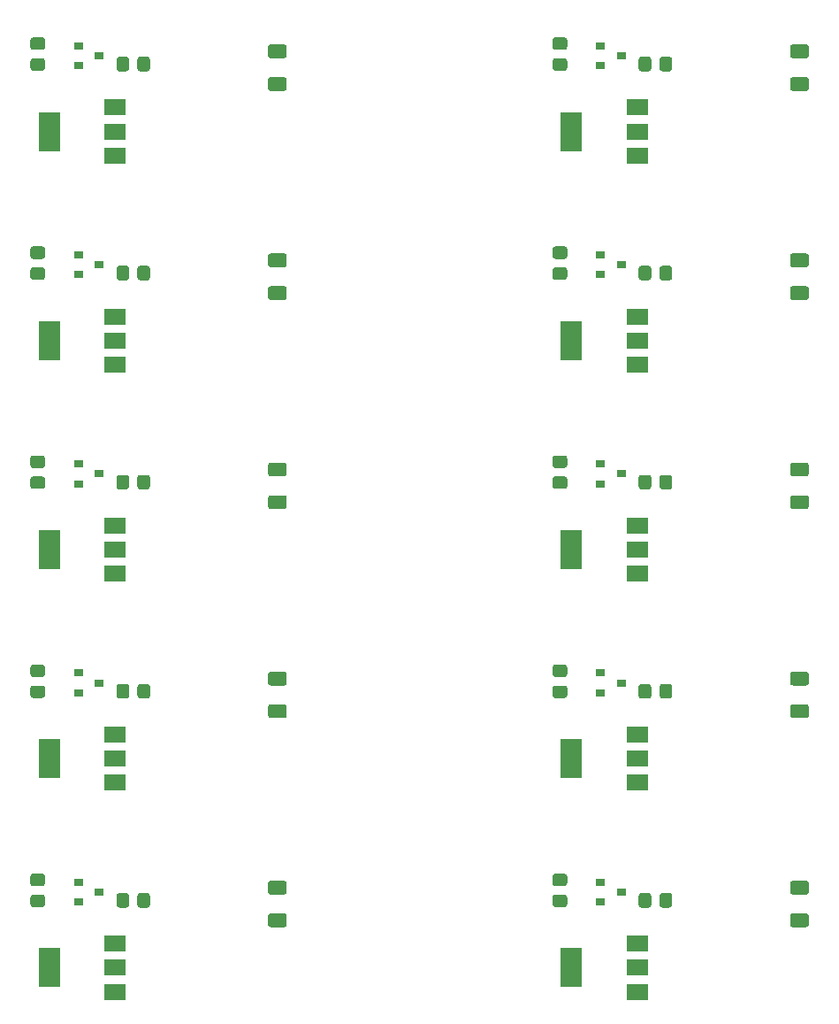
<source format=gbr>
%TF.GenerationSoftware,KiCad,Pcbnew,(5.1.9)-1*%
%TF.CreationDate,2021-05-04T22:29:10+02:00*%
%TF.ProjectId,DOORSENSOR_Simple_9V,444f4f52-5345-44e5-934f-525f53696d70,rev?*%
%TF.SameCoordinates,Original*%
%TF.FileFunction,Paste,Bot*%
%TF.FilePolarity,Positive*%
%FSLAX46Y46*%
G04 Gerber Fmt 4.6, Leading zero omitted, Abs format (unit mm)*
G04 Created by KiCad (PCBNEW (5.1.9)-1) date 2021-05-04 22:29:10*
%MOMM*%
%LPD*%
G01*
G04 APERTURE LIST*
%ADD10R,0.900000X0.800000*%
%ADD11R,2.000000X3.800000*%
%ADD12R,2.000000X1.500000*%
G04 APERTURE END LIST*
%TO.C,R2*%
G36*
G01*
X47950000Y-122950001D02*
X47950000Y-122049999D01*
G75*
G02*
X48199999Y-121800000I249999J0D01*
G01*
X48900001Y-121800000D01*
G75*
G02*
X49150000Y-122049999I0J-249999D01*
G01*
X49150000Y-122950001D01*
G75*
G02*
X48900001Y-123200000I-249999J0D01*
G01*
X48199999Y-123200000D01*
G75*
G02*
X47950000Y-122950001I0J249999D01*
G01*
G37*
G36*
G01*
X45950000Y-122950001D02*
X45950000Y-122049999D01*
G75*
G02*
X46199999Y-121800000I249999J0D01*
G01*
X46900001Y-121800000D01*
G75*
G02*
X47150000Y-122049999I0J-249999D01*
G01*
X47150000Y-122950001D01*
G75*
G02*
X46900001Y-123200000I-249999J0D01*
G01*
X46199999Y-123200000D01*
G75*
G02*
X45950000Y-122950001I0J249999D01*
G01*
G37*
%TD*%
%TO.C,R2*%
G36*
G01*
X95950000Y-122950001D02*
X95950000Y-122049999D01*
G75*
G02*
X96199999Y-121800000I249999J0D01*
G01*
X96900001Y-121800000D01*
G75*
G02*
X97150000Y-122049999I0J-249999D01*
G01*
X97150000Y-122950001D01*
G75*
G02*
X96900001Y-123200000I-249999J0D01*
G01*
X96199999Y-123200000D01*
G75*
G02*
X95950000Y-122950001I0J249999D01*
G01*
G37*
G36*
G01*
X97950000Y-122950001D02*
X97950000Y-122049999D01*
G75*
G02*
X98199999Y-121800000I249999J0D01*
G01*
X98900001Y-121800000D01*
G75*
G02*
X99150000Y-122049999I0J-249999D01*
G01*
X99150000Y-122950001D01*
G75*
G02*
X98900001Y-123200000I-249999J0D01*
G01*
X98199999Y-123200000D01*
G75*
G02*
X97950000Y-122950001I0J249999D01*
G01*
G37*
%TD*%
%TO.C,R1*%
G36*
G01*
X88850001Y-121150000D02*
X87949999Y-121150000D01*
G75*
G02*
X87700000Y-120900001I0J249999D01*
G01*
X87700000Y-120199999D01*
G75*
G02*
X87949999Y-119950000I249999J0D01*
G01*
X88850001Y-119950000D01*
G75*
G02*
X89100000Y-120199999I0J-249999D01*
G01*
X89100000Y-120900001D01*
G75*
G02*
X88850001Y-121150000I-249999J0D01*
G01*
G37*
G36*
G01*
X88850001Y-123150000D02*
X87949999Y-123150000D01*
G75*
G02*
X87700000Y-122900001I0J249999D01*
G01*
X87700000Y-122199999D01*
G75*
G02*
X87949999Y-121950000I249999J0D01*
G01*
X88850001Y-121950000D01*
G75*
G02*
X89100000Y-122199999I0J-249999D01*
G01*
X89100000Y-122900001D01*
G75*
G02*
X88850001Y-123150000I-249999J0D01*
G01*
G37*
%TD*%
%TO.C,C2*%
G36*
G01*
X112000001Y-121950000D02*
X110699999Y-121950000D01*
G75*
G02*
X110450000Y-121700001I0J249999D01*
G01*
X110450000Y-120874999D01*
G75*
G02*
X110699999Y-120625000I249999J0D01*
G01*
X112000001Y-120625000D01*
G75*
G02*
X112250000Y-120874999I0J-249999D01*
G01*
X112250000Y-121700001D01*
G75*
G02*
X112000001Y-121950000I-249999J0D01*
G01*
G37*
G36*
G01*
X112000001Y-125075000D02*
X110699999Y-125075000D01*
G75*
G02*
X110450000Y-124825001I0J249999D01*
G01*
X110450000Y-123999999D01*
G75*
G02*
X110699999Y-123750000I249999J0D01*
G01*
X112000001Y-123750000D01*
G75*
G02*
X112250000Y-123999999I0J-249999D01*
G01*
X112250000Y-124825001D01*
G75*
G02*
X112000001Y-125075000I-249999J0D01*
G01*
G37*
%TD*%
D10*
%TO.C,Q1*%
X94300000Y-121700000D03*
X92300000Y-120750000D03*
X92300000Y-122650000D03*
%TD*%
D11*
%TO.C,U1*%
X39500000Y-128950000D03*
D12*
X45800000Y-128950000D03*
X45800000Y-131250000D03*
X45800000Y-126650000D03*
%TD*%
%TO.C,R1*%
G36*
G01*
X38850001Y-123150000D02*
X37949999Y-123150000D01*
G75*
G02*
X37700000Y-122900001I0J249999D01*
G01*
X37700000Y-122199999D01*
G75*
G02*
X37949999Y-121950000I249999J0D01*
G01*
X38850001Y-121950000D01*
G75*
G02*
X39100000Y-122199999I0J-249999D01*
G01*
X39100000Y-122900001D01*
G75*
G02*
X38850001Y-123150000I-249999J0D01*
G01*
G37*
G36*
G01*
X38850001Y-121150000D02*
X37949999Y-121150000D01*
G75*
G02*
X37700000Y-120900001I0J249999D01*
G01*
X37700000Y-120199999D01*
G75*
G02*
X37949999Y-119950000I249999J0D01*
G01*
X38850001Y-119950000D01*
G75*
G02*
X39100000Y-120199999I0J-249999D01*
G01*
X39100000Y-120900001D01*
G75*
G02*
X38850001Y-121150000I-249999J0D01*
G01*
G37*
%TD*%
%TO.C,U1*%
X95800000Y-126650000D03*
X95800000Y-131250000D03*
X95800000Y-128950000D03*
D11*
X89500000Y-128950000D03*
%TD*%
%TO.C,C2*%
G36*
G01*
X62000001Y-125075000D02*
X60699999Y-125075000D01*
G75*
G02*
X60450000Y-124825001I0J249999D01*
G01*
X60450000Y-123999999D01*
G75*
G02*
X60699999Y-123750000I249999J0D01*
G01*
X62000001Y-123750000D01*
G75*
G02*
X62250000Y-123999999I0J-249999D01*
G01*
X62250000Y-124825001D01*
G75*
G02*
X62000001Y-125075000I-249999J0D01*
G01*
G37*
G36*
G01*
X62000001Y-121950000D02*
X60699999Y-121950000D01*
G75*
G02*
X60450000Y-121700001I0J249999D01*
G01*
X60450000Y-120874999D01*
G75*
G02*
X60699999Y-120625000I249999J0D01*
G01*
X62000001Y-120625000D01*
G75*
G02*
X62250000Y-120874999I0J-249999D01*
G01*
X62250000Y-121700001D01*
G75*
G02*
X62000001Y-121950000I-249999J0D01*
G01*
G37*
%TD*%
D10*
%TO.C,Q1*%
X42300000Y-122650000D03*
X42300000Y-120750000D03*
X44300000Y-121700000D03*
%TD*%
%TO.C,Q1*%
X44300000Y-101700000D03*
X42300000Y-100750000D03*
X42300000Y-102650000D03*
%TD*%
%TO.C,R1*%
G36*
G01*
X38850001Y-101150000D02*
X37949999Y-101150000D01*
G75*
G02*
X37700000Y-100900001I0J249999D01*
G01*
X37700000Y-100199999D01*
G75*
G02*
X37949999Y-99950000I249999J0D01*
G01*
X38850001Y-99950000D01*
G75*
G02*
X39100000Y-100199999I0J-249999D01*
G01*
X39100000Y-100900001D01*
G75*
G02*
X38850001Y-101150000I-249999J0D01*
G01*
G37*
G36*
G01*
X38850001Y-103150000D02*
X37949999Y-103150000D01*
G75*
G02*
X37700000Y-102900001I0J249999D01*
G01*
X37700000Y-102199999D01*
G75*
G02*
X37949999Y-101950000I249999J0D01*
G01*
X38850001Y-101950000D01*
G75*
G02*
X39100000Y-102199999I0J-249999D01*
G01*
X39100000Y-102900001D01*
G75*
G02*
X38850001Y-103150000I-249999J0D01*
G01*
G37*
%TD*%
%TO.C,C2*%
G36*
G01*
X62000001Y-101950000D02*
X60699999Y-101950000D01*
G75*
G02*
X60450000Y-101700001I0J249999D01*
G01*
X60450000Y-100874999D01*
G75*
G02*
X60699999Y-100625000I249999J0D01*
G01*
X62000001Y-100625000D01*
G75*
G02*
X62250000Y-100874999I0J-249999D01*
G01*
X62250000Y-101700001D01*
G75*
G02*
X62000001Y-101950000I-249999J0D01*
G01*
G37*
G36*
G01*
X62000001Y-105075000D02*
X60699999Y-105075000D01*
G75*
G02*
X60450000Y-104825001I0J249999D01*
G01*
X60450000Y-103999999D01*
G75*
G02*
X60699999Y-103750000I249999J0D01*
G01*
X62000001Y-103750000D01*
G75*
G02*
X62250000Y-103999999I0J-249999D01*
G01*
X62250000Y-104825001D01*
G75*
G02*
X62000001Y-105075000I-249999J0D01*
G01*
G37*
%TD*%
D11*
%TO.C,U1*%
X89500000Y-108950000D03*
D12*
X95800000Y-108950000D03*
X95800000Y-111250000D03*
X95800000Y-106650000D03*
%TD*%
%TO.C,R2*%
G36*
G01*
X45950000Y-102950001D02*
X45950000Y-102049999D01*
G75*
G02*
X46199999Y-101800000I249999J0D01*
G01*
X46900001Y-101800000D01*
G75*
G02*
X47150000Y-102049999I0J-249999D01*
G01*
X47150000Y-102950001D01*
G75*
G02*
X46900001Y-103200000I-249999J0D01*
G01*
X46199999Y-103200000D01*
G75*
G02*
X45950000Y-102950001I0J249999D01*
G01*
G37*
G36*
G01*
X47950000Y-102950001D02*
X47950000Y-102049999D01*
G75*
G02*
X48199999Y-101800000I249999J0D01*
G01*
X48900001Y-101800000D01*
G75*
G02*
X49150000Y-102049999I0J-249999D01*
G01*
X49150000Y-102950001D01*
G75*
G02*
X48900001Y-103200000I-249999J0D01*
G01*
X48199999Y-103200000D01*
G75*
G02*
X47950000Y-102950001I0J249999D01*
G01*
G37*
%TD*%
%TO.C,R1*%
G36*
G01*
X88850001Y-103150000D02*
X87949999Y-103150000D01*
G75*
G02*
X87700000Y-102900001I0J249999D01*
G01*
X87700000Y-102199999D01*
G75*
G02*
X87949999Y-101950000I249999J0D01*
G01*
X88850001Y-101950000D01*
G75*
G02*
X89100000Y-102199999I0J-249999D01*
G01*
X89100000Y-102900001D01*
G75*
G02*
X88850001Y-103150000I-249999J0D01*
G01*
G37*
G36*
G01*
X88850001Y-101150000D02*
X87949999Y-101150000D01*
G75*
G02*
X87700000Y-100900001I0J249999D01*
G01*
X87700000Y-100199999D01*
G75*
G02*
X87949999Y-99950000I249999J0D01*
G01*
X88850001Y-99950000D01*
G75*
G02*
X89100000Y-100199999I0J-249999D01*
G01*
X89100000Y-100900001D01*
G75*
G02*
X88850001Y-101150000I-249999J0D01*
G01*
G37*
%TD*%
%TO.C,C2*%
G36*
G01*
X112000001Y-105075000D02*
X110699999Y-105075000D01*
G75*
G02*
X110450000Y-104825001I0J249999D01*
G01*
X110450000Y-103999999D01*
G75*
G02*
X110699999Y-103750000I249999J0D01*
G01*
X112000001Y-103750000D01*
G75*
G02*
X112250000Y-103999999I0J-249999D01*
G01*
X112250000Y-104825001D01*
G75*
G02*
X112000001Y-105075000I-249999J0D01*
G01*
G37*
G36*
G01*
X112000001Y-101950000D02*
X110699999Y-101950000D01*
G75*
G02*
X110450000Y-101700001I0J249999D01*
G01*
X110450000Y-100874999D01*
G75*
G02*
X110699999Y-100625000I249999J0D01*
G01*
X112000001Y-100625000D01*
G75*
G02*
X112250000Y-100874999I0J-249999D01*
G01*
X112250000Y-101700001D01*
G75*
G02*
X112000001Y-101950000I-249999J0D01*
G01*
G37*
%TD*%
D10*
%TO.C,Q1*%
X92300000Y-102650000D03*
X92300000Y-100750000D03*
X94300000Y-101700000D03*
%TD*%
%TO.C,R2*%
G36*
G01*
X97950000Y-102950001D02*
X97950000Y-102049999D01*
G75*
G02*
X98199999Y-101800000I249999J0D01*
G01*
X98900001Y-101800000D01*
G75*
G02*
X99150000Y-102049999I0J-249999D01*
G01*
X99150000Y-102950001D01*
G75*
G02*
X98900001Y-103200000I-249999J0D01*
G01*
X98199999Y-103200000D01*
G75*
G02*
X97950000Y-102950001I0J249999D01*
G01*
G37*
G36*
G01*
X95950000Y-102950001D02*
X95950000Y-102049999D01*
G75*
G02*
X96199999Y-101800000I249999J0D01*
G01*
X96900001Y-101800000D01*
G75*
G02*
X97150000Y-102049999I0J-249999D01*
G01*
X97150000Y-102950001D01*
G75*
G02*
X96900001Y-103200000I-249999J0D01*
G01*
X96199999Y-103200000D01*
G75*
G02*
X95950000Y-102950001I0J249999D01*
G01*
G37*
%TD*%
D12*
%TO.C,U1*%
X45800000Y-106650000D03*
X45800000Y-111250000D03*
X45800000Y-108950000D03*
D11*
X39500000Y-108950000D03*
%TD*%
D10*
%TO.C,Q1*%
X42300000Y-82650000D03*
X42300000Y-80750000D03*
X44300000Y-81700000D03*
%TD*%
%TO.C,R1*%
G36*
G01*
X38850001Y-83150000D02*
X37949999Y-83150000D01*
G75*
G02*
X37700000Y-82900001I0J249999D01*
G01*
X37700000Y-82199999D01*
G75*
G02*
X37949999Y-81950000I249999J0D01*
G01*
X38850001Y-81950000D01*
G75*
G02*
X39100000Y-82199999I0J-249999D01*
G01*
X39100000Y-82900001D01*
G75*
G02*
X38850001Y-83150000I-249999J0D01*
G01*
G37*
G36*
G01*
X38850001Y-81150000D02*
X37949999Y-81150000D01*
G75*
G02*
X37700000Y-80900001I0J249999D01*
G01*
X37700000Y-80199999D01*
G75*
G02*
X37949999Y-79950000I249999J0D01*
G01*
X38850001Y-79950000D01*
G75*
G02*
X39100000Y-80199999I0J-249999D01*
G01*
X39100000Y-80900001D01*
G75*
G02*
X38850001Y-81150000I-249999J0D01*
G01*
G37*
%TD*%
D12*
%TO.C,U1*%
X95800000Y-86650000D03*
X95800000Y-91250000D03*
X95800000Y-88950000D03*
D11*
X89500000Y-88950000D03*
%TD*%
%TO.C,R1*%
G36*
G01*
X88850001Y-81150000D02*
X87949999Y-81150000D01*
G75*
G02*
X87700000Y-80900001I0J249999D01*
G01*
X87700000Y-80199999D01*
G75*
G02*
X87949999Y-79950000I249999J0D01*
G01*
X88850001Y-79950000D01*
G75*
G02*
X89100000Y-80199999I0J-249999D01*
G01*
X89100000Y-80900001D01*
G75*
G02*
X88850001Y-81150000I-249999J0D01*
G01*
G37*
G36*
G01*
X88850001Y-83150000D02*
X87949999Y-83150000D01*
G75*
G02*
X87700000Y-82900001I0J249999D01*
G01*
X87700000Y-82199999D01*
G75*
G02*
X87949999Y-81950000I249999J0D01*
G01*
X88850001Y-81950000D01*
G75*
G02*
X89100000Y-82199999I0J-249999D01*
G01*
X89100000Y-82900001D01*
G75*
G02*
X88850001Y-83150000I-249999J0D01*
G01*
G37*
%TD*%
%TO.C,R2*%
G36*
G01*
X47950000Y-82950001D02*
X47950000Y-82049999D01*
G75*
G02*
X48199999Y-81800000I249999J0D01*
G01*
X48900001Y-81800000D01*
G75*
G02*
X49150000Y-82049999I0J-249999D01*
G01*
X49150000Y-82950001D01*
G75*
G02*
X48900001Y-83200000I-249999J0D01*
G01*
X48199999Y-83200000D01*
G75*
G02*
X47950000Y-82950001I0J249999D01*
G01*
G37*
G36*
G01*
X45950000Y-82950001D02*
X45950000Y-82049999D01*
G75*
G02*
X46199999Y-81800000I249999J0D01*
G01*
X46900001Y-81800000D01*
G75*
G02*
X47150000Y-82049999I0J-249999D01*
G01*
X47150000Y-82950001D01*
G75*
G02*
X46900001Y-83200000I-249999J0D01*
G01*
X46199999Y-83200000D01*
G75*
G02*
X45950000Y-82950001I0J249999D01*
G01*
G37*
%TD*%
%TO.C,C2*%
G36*
G01*
X62000001Y-85075000D02*
X60699999Y-85075000D01*
G75*
G02*
X60450000Y-84825001I0J249999D01*
G01*
X60450000Y-83999999D01*
G75*
G02*
X60699999Y-83750000I249999J0D01*
G01*
X62000001Y-83750000D01*
G75*
G02*
X62250000Y-83999999I0J-249999D01*
G01*
X62250000Y-84825001D01*
G75*
G02*
X62000001Y-85075000I-249999J0D01*
G01*
G37*
G36*
G01*
X62000001Y-81950000D02*
X60699999Y-81950000D01*
G75*
G02*
X60450000Y-81700001I0J249999D01*
G01*
X60450000Y-80874999D01*
G75*
G02*
X60699999Y-80625000I249999J0D01*
G01*
X62000001Y-80625000D01*
G75*
G02*
X62250000Y-80874999I0J-249999D01*
G01*
X62250000Y-81700001D01*
G75*
G02*
X62000001Y-81950000I-249999J0D01*
G01*
G37*
%TD*%
%TO.C,C2*%
G36*
G01*
X112000001Y-81950000D02*
X110699999Y-81950000D01*
G75*
G02*
X110450000Y-81700001I0J249999D01*
G01*
X110450000Y-80874999D01*
G75*
G02*
X110699999Y-80625000I249999J0D01*
G01*
X112000001Y-80625000D01*
G75*
G02*
X112250000Y-80874999I0J-249999D01*
G01*
X112250000Y-81700001D01*
G75*
G02*
X112000001Y-81950000I-249999J0D01*
G01*
G37*
G36*
G01*
X112000001Y-85075000D02*
X110699999Y-85075000D01*
G75*
G02*
X110450000Y-84825001I0J249999D01*
G01*
X110450000Y-83999999D01*
G75*
G02*
X110699999Y-83750000I249999J0D01*
G01*
X112000001Y-83750000D01*
G75*
G02*
X112250000Y-83999999I0J-249999D01*
G01*
X112250000Y-84825001D01*
G75*
G02*
X112000001Y-85075000I-249999J0D01*
G01*
G37*
%TD*%
%TO.C,R2*%
G36*
G01*
X95950000Y-82950001D02*
X95950000Y-82049999D01*
G75*
G02*
X96199999Y-81800000I249999J0D01*
G01*
X96900001Y-81800000D01*
G75*
G02*
X97150000Y-82049999I0J-249999D01*
G01*
X97150000Y-82950001D01*
G75*
G02*
X96900001Y-83200000I-249999J0D01*
G01*
X96199999Y-83200000D01*
G75*
G02*
X95950000Y-82950001I0J249999D01*
G01*
G37*
G36*
G01*
X97950000Y-82950001D02*
X97950000Y-82049999D01*
G75*
G02*
X98199999Y-81800000I249999J0D01*
G01*
X98900001Y-81800000D01*
G75*
G02*
X99150000Y-82049999I0J-249999D01*
G01*
X99150000Y-82950001D01*
G75*
G02*
X98900001Y-83200000I-249999J0D01*
G01*
X98199999Y-83200000D01*
G75*
G02*
X97950000Y-82950001I0J249999D01*
G01*
G37*
%TD*%
D10*
%TO.C,Q1*%
X94300000Y-81700000D03*
X92300000Y-80750000D03*
X92300000Y-82650000D03*
%TD*%
D11*
%TO.C,U1*%
X39500000Y-88950000D03*
D12*
X45800000Y-88950000D03*
X45800000Y-91250000D03*
X45800000Y-86650000D03*
%TD*%
%TO.C,R2*%
G36*
G01*
X97950000Y-62950001D02*
X97950000Y-62049999D01*
G75*
G02*
X98199999Y-61800000I249999J0D01*
G01*
X98900001Y-61800000D01*
G75*
G02*
X99150000Y-62049999I0J-249999D01*
G01*
X99150000Y-62950001D01*
G75*
G02*
X98900001Y-63200000I-249999J0D01*
G01*
X98199999Y-63200000D01*
G75*
G02*
X97950000Y-62950001I0J249999D01*
G01*
G37*
G36*
G01*
X95950000Y-62950001D02*
X95950000Y-62049999D01*
G75*
G02*
X96199999Y-61800000I249999J0D01*
G01*
X96900001Y-61800000D01*
G75*
G02*
X97150000Y-62049999I0J-249999D01*
G01*
X97150000Y-62950001D01*
G75*
G02*
X96900001Y-63200000I-249999J0D01*
G01*
X96199999Y-63200000D01*
G75*
G02*
X95950000Y-62950001I0J249999D01*
G01*
G37*
%TD*%
D10*
%TO.C,Q1*%
X92300000Y-62650000D03*
X92300000Y-60750000D03*
X94300000Y-61700000D03*
%TD*%
%TO.C,C2*%
G36*
G01*
X112000001Y-65075000D02*
X110699999Y-65075000D01*
G75*
G02*
X110450000Y-64825001I0J249999D01*
G01*
X110450000Y-63999999D01*
G75*
G02*
X110699999Y-63750000I249999J0D01*
G01*
X112000001Y-63750000D01*
G75*
G02*
X112250000Y-63999999I0J-249999D01*
G01*
X112250000Y-64825001D01*
G75*
G02*
X112000001Y-65075000I-249999J0D01*
G01*
G37*
G36*
G01*
X112000001Y-61950000D02*
X110699999Y-61950000D01*
G75*
G02*
X110450000Y-61700001I0J249999D01*
G01*
X110450000Y-60874999D01*
G75*
G02*
X110699999Y-60625000I249999J0D01*
G01*
X112000001Y-60625000D01*
G75*
G02*
X112250000Y-60874999I0J-249999D01*
G01*
X112250000Y-61700001D01*
G75*
G02*
X112000001Y-61950000I-249999J0D01*
G01*
G37*
%TD*%
D11*
%TO.C,U1*%
X89500000Y-68950000D03*
D12*
X95800000Y-68950000D03*
X95800000Y-71250000D03*
X95800000Y-66650000D03*
%TD*%
%TO.C,R1*%
G36*
G01*
X88850001Y-63150000D02*
X87949999Y-63150000D01*
G75*
G02*
X87700000Y-62900001I0J249999D01*
G01*
X87700000Y-62199999D01*
G75*
G02*
X87949999Y-61950000I249999J0D01*
G01*
X88850001Y-61950000D01*
G75*
G02*
X89100000Y-62199999I0J-249999D01*
G01*
X89100000Y-62900001D01*
G75*
G02*
X88850001Y-63150000I-249999J0D01*
G01*
G37*
G36*
G01*
X88850001Y-61150000D02*
X87949999Y-61150000D01*
G75*
G02*
X87700000Y-60900001I0J249999D01*
G01*
X87700000Y-60199999D01*
G75*
G02*
X87949999Y-59950000I249999J0D01*
G01*
X88850001Y-59950000D01*
G75*
G02*
X89100000Y-60199999I0J-249999D01*
G01*
X89100000Y-60900001D01*
G75*
G02*
X88850001Y-61150000I-249999J0D01*
G01*
G37*
%TD*%
%TO.C,R2*%
G36*
G01*
X45950000Y-62950001D02*
X45950000Y-62049999D01*
G75*
G02*
X46199999Y-61800000I249999J0D01*
G01*
X46900001Y-61800000D01*
G75*
G02*
X47150000Y-62049999I0J-249999D01*
G01*
X47150000Y-62950001D01*
G75*
G02*
X46900001Y-63200000I-249999J0D01*
G01*
X46199999Y-63200000D01*
G75*
G02*
X45950000Y-62950001I0J249999D01*
G01*
G37*
G36*
G01*
X47950000Y-62950001D02*
X47950000Y-62049999D01*
G75*
G02*
X48199999Y-61800000I249999J0D01*
G01*
X48900001Y-61800000D01*
G75*
G02*
X49150000Y-62049999I0J-249999D01*
G01*
X49150000Y-62950001D01*
G75*
G02*
X48900001Y-63200000I-249999J0D01*
G01*
X48199999Y-63200000D01*
G75*
G02*
X47950000Y-62950001I0J249999D01*
G01*
G37*
%TD*%
D10*
%TO.C,Q1*%
X44300000Y-61700000D03*
X42300000Y-60750000D03*
X42300000Y-62650000D03*
%TD*%
%TO.C,R1*%
G36*
G01*
X38850001Y-61150000D02*
X37949999Y-61150000D01*
G75*
G02*
X37700000Y-60900001I0J249999D01*
G01*
X37700000Y-60199999D01*
G75*
G02*
X37949999Y-59950000I249999J0D01*
G01*
X38850001Y-59950000D01*
G75*
G02*
X39100000Y-60199999I0J-249999D01*
G01*
X39100000Y-60900001D01*
G75*
G02*
X38850001Y-61150000I-249999J0D01*
G01*
G37*
G36*
G01*
X38850001Y-63150000D02*
X37949999Y-63150000D01*
G75*
G02*
X37700000Y-62900001I0J249999D01*
G01*
X37700000Y-62199999D01*
G75*
G02*
X37949999Y-61950000I249999J0D01*
G01*
X38850001Y-61950000D01*
G75*
G02*
X39100000Y-62199999I0J-249999D01*
G01*
X39100000Y-62900001D01*
G75*
G02*
X38850001Y-63150000I-249999J0D01*
G01*
G37*
%TD*%
%TO.C,C2*%
G36*
G01*
X62000001Y-61950000D02*
X60699999Y-61950000D01*
G75*
G02*
X60450000Y-61700001I0J249999D01*
G01*
X60450000Y-60874999D01*
G75*
G02*
X60699999Y-60625000I249999J0D01*
G01*
X62000001Y-60625000D01*
G75*
G02*
X62250000Y-60874999I0J-249999D01*
G01*
X62250000Y-61700001D01*
G75*
G02*
X62000001Y-61950000I-249999J0D01*
G01*
G37*
G36*
G01*
X62000001Y-65075000D02*
X60699999Y-65075000D01*
G75*
G02*
X60450000Y-64825001I0J249999D01*
G01*
X60450000Y-63999999D01*
G75*
G02*
X60699999Y-63750000I249999J0D01*
G01*
X62000001Y-63750000D01*
G75*
G02*
X62250000Y-63999999I0J-249999D01*
G01*
X62250000Y-64825001D01*
G75*
G02*
X62000001Y-65075000I-249999J0D01*
G01*
G37*
%TD*%
D12*
%TO.C,U1*%
X45800000Y-66650000D03*
X45800000Y-71250000D03*
X45800000Y-68950000D03*
D11*
X39500000Y-68950000D03*
%TD*%
%TO.C,R2*%
G36*
G01*
X95950000Y-42950001D02*
X95950000Y-42049999D01*
G75*
G02*
X96199999Y-41800000I249999J0D01*
G01*
X96900001Y-41800000D01*
G75*
G02*
X97150000Y-42049999I0J-249999D01*
G01*
X97150000Y-42950001D01*
G75*
G02*
X96900001Y-43200000I-249999J0D01*
G01*
X96199999Y-43200000D01*
G75*
G02*
X95950000Y-42950001I0J249999D01*
G01*
G37*
G36*
G01*
X97950000Y-42950001D02*
X97950000Y-42049999D01*
G75*
G02*
X98199999Y-41800000I249999J0D01*
G01*
X98900001Y-41800000D01*
G75*
G02*
X99150000Y-42049999I0J-249999D01*
G01*
X99150000Y-42950001D01*
G75*
G02*
X98900001Y-43200000I-249999J0D01*
G01*
X98199999Y-43200000D01*
G75*
G02*
X97950000Y-42950001I0J249999D01*
G01*
G37*
%TD*%
D10*
%TO.C,Q1*%
X94300000Y-41700000D03*
X92300000Y-40750000D03*
X92300000Y-42650000D03*
%TD*%
%TO.C,R1*%
G36*
G01*
X88850001Y-41150000D02*
X87949999Y-41150000D01*
G75*
G02*
X87700000Y-40900001I0J249999D01*
G01*
X87700000Y-40199999D01*
G75*
G02*
X87949999Y-39950000I249999J0D01*
G01*
X88850001Y-39950000D01*
G75*
G02*
X89100000Y-40199999I0J-249999D01*
G01*
X89100000Y-40900001D01*
G75*
G02*
X88850001Y-41150000I-249999J0D01*
G01*
G37*
G36*
G01*
X88850001Y-43150000D02*
X87949999Y-43150000D01*
G75*
G02*
X87700000Y-42900001I0J249999D01*
G01*
X87700000Y-42199999D01*
G75*
G02*
X87949999Y-41950000I249999J0D01*
G01*
X88850001Y-41950000D01*
G75*
G02*
X89100000Y-42199999I0J-249999D01*
G01*
X89100000Y-42900001D01*
G75*
G02*
X88850001Y-43150000I-249999J0D01*
G01*
G37*
%TD*%
%TO.C,C2*%
G36*
G01*
X112000001Y-41950000D02*
X110699999Y-41950000D01*
G75*
G02*
X110450000Y-41700001I0J249999D01*
G01*
X110450000Y-40874999D01*
G75*
G02*
X110699999Y-40625000I249999J0D01*
G01*
X112000001Y-40625000D01*
G75*
G02*
X112250000Y-40874999I0J-249999D01*
G01*
X112250000Y-41700001D01*
G75*
G02*
X112000001Y-41950000I-249999J0D01*
G01*
G37*
G36*
G01*
X112000001Y-45075000D02*
X110699999Y-45075000D01*
G75*
G02*
X110450000Y-44825001I0J249999D01*
G01*
X110450000Y-43999999D01*
G75*
G02*
X110699999Y-43750000I249999J0D01*
G01*
X112000001Y-43750000D01*
G75*
G02*
X112250000Y-43999999I0J-249999D01*
G01*
X112250000Y-44825001D01*
G75*
G02*
X112000001Y-45075000I-249999J0D01*
G01*
G37*
%TD*%
D12*
%TO.C,U1*%
X95800000Y-46650000D03*
X95800000Y-51250000D03*
X95800000Y-48950000D03*
D11*
X89500000Y-48950000D03*
%TD*%
%TO.C,C2*%
G36*
G01*
X62000001Y-45075000D02*
X60699999Y-45075000D01*
G75*
G02*
X60450000Y-44825001I0J249999D01*
G01*
X60450000Y-43999999D01*
G75*
G02*
X60699999Y-43750000I249999J0D01*
G01*
X62000001Y-43750000D01*
G75*
G02*
X62250000Y-43999999I0J-249999D01*
G01*
X62250000Y-44825001D01*
G75*
G02*
X62000001Y-45075000I-249999J0D01*
G01*
G37*
G36*
G01*
X62000001Y-41950000D02*
X60699999Y-41950000D01*
G75*
G02*
X60450000Y-41700001I0J249999D01*
G01*
X60450000Y-40874999D01*
G75*
G02*
X60699999Y-40625000I249999J0D01*
G01*
X62000001Y-40625000D01*
G75*
G02*
X62250000Y-40874999I0J-249999D01*
G01*
X62250000Y-41700001D01*
G75*
G02*
X62000001Y-41950000I-249999J0D01*
G01*
G37*
%TD*%
D10*
%TO.C,Q1*%
X42300000Y-42650000D03*
X42300000Y-40750000D03*
X44300000Y-41700000D03*
%TD*%
%TO.C,R1*%
G36*
G01*
X38850001Y-43150000D02*
X37949999Y-43150000D01*
G75*
G02*
X37700000Y-42900001I0J249999D01*
G01*
X37700000Y-42199999D01*
G75*
G02*
X37949999Y-41950000I249999J0D01*
G01*
X38850001Y-41950000D01*
G75*
G02*
X39100000Y-42199999I0J-249999D01*
G01*
X39100000Y-42900001D01*
G75*
G02*
X38850001Y-43150000I-249999J0D01*
G01*
G37*
G36*
G01*
X38850001Y-41150000D02*
X37949999Y-41150000D01*
G75*
G02*
X37700000Y-40900001I0J249999D01*
G01*
X37700000Y-40199999D01*
G75*
G02*
X37949999Y-39950000I249999J0D01*
G01*
X38850001Y-39950000D01*
G75*
G02*
X39100000Y-40199999I0J-249999D01*
G01*
X39100000Y-40900001D01*
G75*
G02*
X38850001Y-41150000I-249999J0D01*
G01*
G37*
%TD*%
%TO.C,R2*%
G36*
G01*
X47950000Y-42950001D02*
X47950000Y-42049999D01*
G75*
G02*
X48199999Y-41800000I249999J0D01*
G01*
X48900001Y-41800000D01*
G75*
G02*
X49150000Y-42049999I0J-249999D01*
G01*
X49150000Y-42950001D01*
G75*
G02*
X48900001Y-43200000I-249999J0D01*
G01*
X48199999Y-43200000D01*
G75*
G02*
X47950000Y-42950001I0J249999D01*
G01*
G37*
G36*
G01*
X45950000Y-42950001D02*
X45950000Y-42049999D01*
G75*
G02*
X46199999Y-41800000I249999J0D01*
G01*
X46900001Y-41800000D01*
G75*
G02*
X47150000Y-42049999I0J-249999D01*
G01*
X47150000Y-42950001D01*
G75*
G02*
X46900001Y-43200000I-249999J0D01*
G01*
X46199999Y-43200000D01*
G75*
G02*
X45950000Y-42950001I0J249999D01*
G01*
G37*
%TD*%
D11*
%TO.C,U1*%
X39500000Y-48950000D03*
D12*
X45800000Y-48950000D03*
X45800000Y-51250000D03*
X45800000Y-46650000D03*
%TD*%
M02*

</source>
